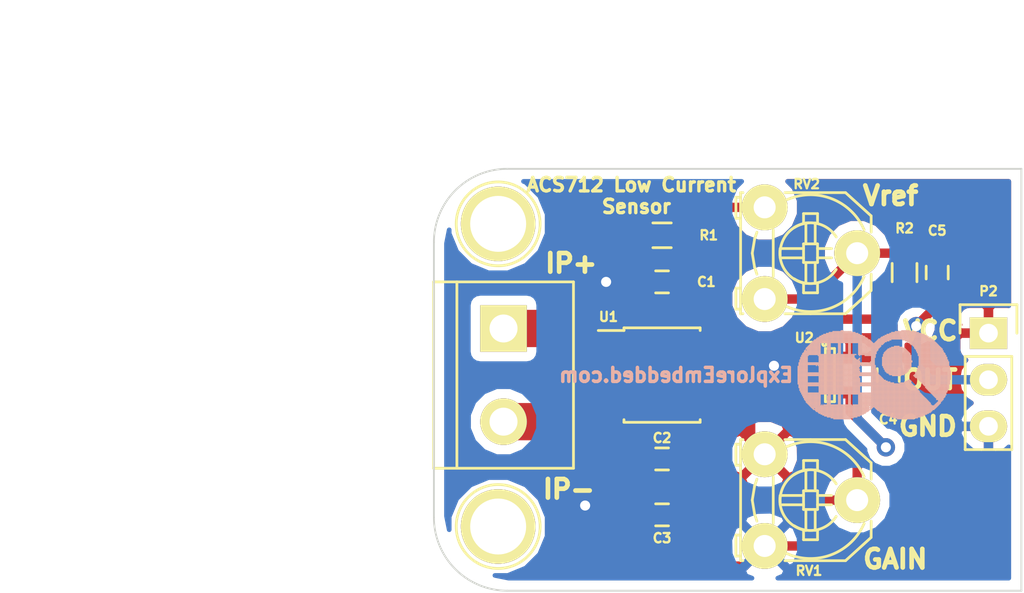
<source format=kicad_pcb>
(kicad_pcb (version 4) (host pcbnew "(2015-01-16 BZR 5376)-product")
  (layers (0 F.Cu signal) (31 B.Cu signal) (34 B.Paste user) (35 F.Paste user) (36 B.SilkS user) (37 F.SilkS user) (38 B.Mask user) (39 F.Mask user) (44 Edge.Cuts user))
  (net 0 "")
  (net 1 VCC)
  (net 2 GND)
  (net 3 "Net-(C2-Pad2)")
  (net 4 "Net-(C3-Pad2)")
  (net 5 "Net-(C5-Pad1)")
  (net 6 "Net-(C5-Pad2)")
  (net 7 "Net-(P1-Pad1)")
  (net 8 "Net-(P1-Pad2)")
  (net 9 "Net-(R1-Pad1)")
  (net 10 "Net-(R1-Pad2)")
  (net 11 "Net-(P3-Pad1)")
  (net 12 "Net-(P4-Pad1)")
  (module Capacitors_SMD:C_0603_HandSoldering (layer F.Cu) (at 122.428 42.164 180)
    (fp_text reference C1 (at -2.413 0 180) (layer F.SilkS) (effects (font (size 0.508 0.508) (thickness 0.127))))
    (fp_text value 0.1uF hide)
    (pad 1 smd rect (at -0.95 0 180) (size 1.2 0.75) (layers F.Cu F.Paste F.Mask) (net 1 VCC))
    (pad 2 smd rect (at 0.95 0 180) (size 1.2 0.75) (layers F.Cu F.Paste F.Mask) (net 2 GND))
  )
  (module Capacitors_SMD:C_0603_HandSoldering (layer F.Cu) (at 122.428 51.816)
    (fp_text reference C2 (at 0 -1.143) (layer F.SilkS) (effects (font (size 0.508 0.508) (thickness 0.127))))
    (fp_text value 1nF hide)
    (pad 1 smd rect (at -0.95 0) (size 1.2 0.75) (layers F.Cu F.Paste F.Mask) (net 2 GND))
    (pad 2 smd rect (at 0.95 0) (size 1.2 0.75) (layers F.Cu F.Paste F.Mask) (net 3 "Net-(C2-Pad2)"))
  )
  (module Capacitors_SMD:C_0603_HandSoldering (layer F.Cu) (at 122.428 54.864)
    (fp_text reference C3 (at 0 1.27) (layer F.SilkS) (effects (font (size 0.508 0.508) (thickness 0.127))))
    (fp_text value 0.1uF hide)
    (pad 1 smd rect (at -0.95 0) (size 1.2 0.75) (layers F.Cu F.Paste F.Mask) (net 2 GND))
    (pad 2 smd rect (at 0.95 0) (size 1.2 0.75) (layers F.Cu F.Paste F.Mask) (net 4 "Net-(C3-Pad2)"))
  )
  (module Capacitors_SMD:C_0603_HandSoldering (layer F.Cu) (at 134.747 47.244 90)
    (fp_text reference C4 (at -2.413 0 180) (layer F.SilkS) (effects (font (size 0.508 0.508) (thickness 0.127))))
    (fp_text value 0.1uF hide)
    (pad 1 smd rect (at -0.95 0 90) (size 1.2 0.75) (layers F.Cu F.Paste F.Mask) (net 2 GND))
    (pad 2 smd rect (at 0.95 0 90) (size 1.2 0.75) (layers F.Cu F.Paste F.Mask) (net 1 VCC))
  )
  (module Capacitors_SMD:C_0603_HandSoldering (layer F.Cu) (at 137.414 41.656 90)
    (fp_text reference C5 (at 2.286 0 180) (layer F.SilkS) (effects (font (size 0.508 0.508) (thickness 0.127))))
    (fp_text value 0.1uF hide)
    (pad 1 smd rect (at -0.95 0 90) (size 1.2 0.75) (layers F.Cu F.Paste F.Mask) (net 5 "Net-(C5-Pad1)"))
    (pad 2 smd rect (at 0.95 0 90) (size 1.2 0.75) (layers F.Cu F.Paste F.Mask) (net 6 "Net-(C5-Pad2)"))
  )
  (module Connect:bornier2 (layer F.Cu) (at 113.792 47.244 270)
    (fp_text reference P1 hide)
    (fp_text value CONN_01X02 hide)
    (pad 1 thru_hole rect (at -2.54 0 270) (size 2.54 2.54) (drill 1.524) (layers *.Cu *.Mask F.SilkS) (net 7 "Net-(P1-Pad1)"))
    (pad 2 thru_hole circle (at 2.54 0 270) (size 2.54 2.54) (drill 1.524) (layers *.Cu *.Mask F.SilkS) (net 8 "Net-(P1-Pad2)"))
  )
  (module Pin_Headers:Pin_Header_Straight_1x03 (layer F.Cu) (at 140.208 44.958)
    (fp_text reference P2 (at 0 -2.286) (layer F.SilkS) (effects (font (size 0.508 0.508) (thickness 0.127))))
    (fp_text value CONN_01X03 hide)
    (pad 1 thru_hole rect (at 0 0) (size 2.032 1.7272) (drill 1.016) (layers *.Cu *.Mask F.SilkS) (net 1 VCC))
    (pad 2 thru_hole oval (at 0 2.54) (size 2.032 1.7272) (drill 1.016) (layers *.Cu *.Mask F.SilkS) (net 5 "Net-(C5-Pad1)"))
    (pad 3 thru_hole oval (at 0 5.08) (size 2.032 1.7272) (drill 1.016) (layers *.Cu *.Mask F.SilkS) (net 2 GND))
  )
  (module Resistors_SMD:R_0603_HandSoldering (layer F.Cu) (at 122.428 39.624 180)
    (fp_text reference R1 (at -2.54 0 180) (layer F.SilkS) (effects (font (size 0.508 0.508) (thickness 0.127))))
    (fp_text value 1K hide)
    (pad 1 smd rect (at -1.1 0 180) (size 1.2 0.9) (layers F.Cu F.Paste F.Mask) (net 9 "Net-(R1-Pad1)"))
    (pad 2 smd rect (at 1.1 0 180) (size 1.2 0.9) (layers F.Cu F.Paste F.Mask) (net 10 "Net-(R1-Pad2)"))
  )
  (module Resistors_SMD:R_0603_HandSoldering (layer F.Cu) (at 135.636 41.656 90)
    (fp_text reference R2 (at 2.413 0 180) (layer F.SilkS) (effects (font (size 0.508 0.508) (thickness 0.127))))
    (fp_text value 47K hide)
    (pad 1 smd rect (at -1.1 0 90) (size 1.2 0.9) (layers F.Cu F.Paste F.Mask) (net 5 "Net-(C5-Pad1)"))
    (pad 2 smd rect (at 1.1 0 90) (size 1.2 0.9) (layers F.Cu F.Paste F.Mask) (net 6 "Net-(C5-Pad2)"))
  )
  (module Potentiometers:Potentiometer_Triwood_RM-065 (layer F.Cu) (at 128.016 51.562 270)
    (fp_text reference RV1 (at 6.35 -2.413 360) (layer F.SilkS) (effects (font (size 0.508 0.508) (thickness 0.127))))
    (fp_text value POT hide)
    (pad 2 thru_hole circle (at 2.49936 -5.03936 270) (size 2.49936 2.49936) (drill 1.19888) (layers *.Cu *.Mask F.SilkS) (net 4 "Net-(C3-Pad2)"))
    (pad 3 thru_hole circle (at 4.99872 0 270) (size 2.49936 2.49936) (drill 1.19888) (layers *.Cu *.Mask F.SilkS) (net 2 GND))
    (pad 1 thru_hole circle (at 0 0 270) (size 2.49936 2.49936) (drill 1.19888) (layers *.Cu *.Mask F.SilkS) (net 1 VCC))
  )
  (module Potentiometers:Potentiometer_Triwood_RM-065 (layer F.Cu) (at 128.016 38.1 270)
    (fp_text reference RV2 (at -1.27 -2.286 360) (layer F.SilkS) (effects (font (size 0.508 0.508) (thickness 0.127))))
    (fp_text value POT hide)
    (pad 2 thru_hole circle (at 2.49936 -5.03936 270) (size 2.49936 2.49936) (drill 1.19888) (layers *.Cu *.Mask F.SilkS) (net 6 "Net-(C5-Pad2)"))
    (pad 3 thru_hole circle (at 4.99872 0 270) (size 2.49936 2.49936) (drill 1.19888) (layers *.Cu *.Mask F.SilkS) (net 6 "Net-(C5-Pad2)"))
    (pad 1 thru_hole circle (at 0 0 270) (size 2.49936 2.49936) (drill 1.19888) (layers *.Cu *.Mask F.SilkS) (net 9 "Net-(R1-Pad1)"))
  )
  (module Housings_SOIC:SOIC-8_3.9x4.9mm_Pitch1.27mm (layer F.Cu) (at 122.428 47.244)
    (fp_text reference U1 (at -2.921 -3.175) (layer F.SilkS) (effects (font (size 0.508 0.508) (thickness 0.127))))
    (fp_text value ACS712 hide)
    (pad 1 smd rect (at -2.7 -1.905) (size 1.55 0.6) (layers F.Cu F.Paste F.Mask) (net 7 "Net-(P1-Pad1)"))
    (pad 2 smd rect (at -2.7 -0.635) (size 1.55 0.6) (layers F.Cu F.Paste F.Mask) (net 7 "Net-(P1-Pad1)"))
    (pad 3 smd rect (at -2.7 0.635) (size 1.55 0.6) (layers F.Cu F.Paste F.Mask) (net 8 "Net-(P1-Pad2)"))
    (pad 4 smd rect (at -2.7 1.905) (size 1.55 0.6) (layers F.Cu F.Paste F.Mask) (net 8 "Net-(P1-Pad2)"))
    (pad 5 smd rect (at 2.7 1.905) (size 1.55 0.6) (layers F.Cu F.Paste F.Mask) (net 2 GND))
    (pad 6 smd rect (at 2.7 0.635) (size 1.55 0.6) (layers F.Cu F.Paste F.Mask) (net 3 "Net-(C2-Pad2)"))
    (pad 7 smd rect (at 2.7 -0.635) (size 1.55 0.6) (layers F.Cu F.Paste F.Mask) (net 10 "Net-(R1-Pad2)"))
    (pad 8 smd rect (at 2.7 -1.905) (size 1.55 0.6) (layers F.Cu F.Paste F.Mask) (net 1 VCC))
  )
  (module Housings_SOT-23_SOT-143_TSOT-6:SOT-23-5 (layer F.Cu) (at 131.572 47.244)
    (fp_text reference U2 (at -1.397 -2.032) (layer F.SilkS) (effects (font (size 0.508 0.508) (thickness 0.127))))
    (fp_text value OPA344 hide)
    (pad 1 smd rect (at -1.1 -0.95) (size 1.06 0.65) (layers F.Cu F.Paste F.Mask) (net 5 "Net-(C5-Pad1)"))
    (pad 2 smd rect (at -1.1 0) (size 1.06 0.65) (layers F.Cu F.Paste F.Mask) (net 2 GND))
    (pad 3 smd rect (at -1.1 0.95) (size 1.06 0.65) (layers F.Cu F.Paste F.Mask) (net 4 "Net-(C3-Pad2)"))
    (pad 4 smd rect (at 1.1 0.95) (size 1.06 0.65) (layers F.Cu F.Paste F.Mask) (net 6 "Net-(C5-Pad2)"))
    (pad 5 smd rect (at 1.1 -0.95) (size 1.06 0.65) (layers F.Cu F.Paste F.Mask) (net 1 VCC))
  )
  (module Connect:1pin (layer F.Cu) (at 113.5 55.5)
    (fp_text reference P3 hide)
    (fp_text value CONN_01X01 hide)
    (pad 1 thru_hole circle (at 0 0) (size 4.064 4.064) (drill 3.048) (layers *.Cu *.Mask F.SilkS) (net 11 "Net-(P3-Pad1)"))
  )
  (module Connect:1pin (layer F.Cu) (at 113.5 39)
    (fp_text reference P4 hide)
    (fp_text value CONN_01X01 hide)
    (pad 1 thru_hole circle (at 0 0) (size 4.064 4.064) (drill 3.048) (layers *.Cu *.Mask F.SilkS) (net 12 "Net-(P4-Pad1)"))
  )
  (module "logo:LOGO (2)" (layer B.Cu) (at 138.811 44.45 180)
    (fp_text reference LOGO hide)
    (fp_text value "" (at 0 0 180) (layer B.SilkS) (effects (justify mirror)))
  )
  (gr_text IP- (at 117.348 53.467) (layer F.SilkS) (effects (font (size 1.016 1.016) (thickness 0.254))))
  (gr_text IP+ (at 117.475 41.148) (layer F.SilkS) (effects (font (size 1.016 1.016) (thickness 0.254))))
  (gr_text "ACS712 Low Current \nSensor" (at 121.031 37.465) (layer F.SilkS) (effects (font (size 0.7366 0.7366) (thickness 0.18415))))
  (gr_text ExploreEmbedded.com (at 123.19 47.244) (layer B.SilkS) (effects (font (size 0.762 0.762) (thickness 0.1905)) (justify mirror)))
  (gr_line (start 114 59) (end 142 59) (angle 90) (layer Edge.Cuts) (width 0.1))
  (gr_line (start 110 55) (end 110 40) (angle 90) (layer Edge.Cuts) (width 0.1))
  (gr_line (start 114 36) (end 142 36) (angle 90) (layer Edge.Cuts) (width 0.1))
  (gr_arc (start 114 55) (end 114 59) (angle 90) (layer Edge.Cuts) (width 0.1))
  (gr_arc (start 114 40) (end 110 40) (angle 90) (layer Edge.Cuts) (width 0.1))
  (gr_text GND (at 136.906 50.038) (layer F.SilkS) (effects (font (size 1.016 1.016) (thickness 0.254))))
  (gr_text OUT (at 137.033 47.498) (layer F.SilkS) (effects (font (size 1.016 1.016) (thickness 0.254))))
  (gr_text VCC (at 137.033 44.831) (layer F.SilkS) (effects (font (size 1.016 1.016) (thickness 0.254))))
  (gr_text GAIN (at 135.128 57.277) (layer F.SilkS) (effects (font (size 1.016 1.016) (thickness 0.254))))
  (gr_text Vref (at 134.874 37.465) (layer F.SilkS) (effects (font (size 1.016 1.016) (thickness 0.254))))
  (gr_line (start 142 36) (end 142 59) (angle 90) (layer Edge.Cuts) (width 0.1))
  (segment (start 125.128 45.339) (end 125.128 41.877) (width 0.508) (layer F.Cu) (net 1))
  (segment (start 125.128 41.877) (end 126.492 40.513) (width 0.508) (layer F.Cu) (net 1))
  (segment (start 126.492 40.513) (end 129.413 40.513) (width 0.508) (layer F.Cu) (net 1))
  (segment (start 129.413 40.513) (end 132.207 37.719) (width 0.508) (layer F.Cu) (net 1))
  (segment (start 132.207 37.719) (end 138.43 37.719) (width 0.508) (layer F.Cu) (net 1))
  (segment (start 138.43 37.719) (end 140.208 39.497) (width 0.508) (layer F.Cu) (net 1))
  (segment (start 140.208 39.497) (end 140.208 44.958) (width 0.508) (layer F.Cu) (net 1))
  (segment (start 125.128 45.339) (end 126.619 45.339) (width 0.508) (layer F.Cu) (net 1))
  (segment (start 126.619 45.339) (end 127.254 45.974) (width 0.508) (layer F.Cu) (net 1))
  (segment (start 127.254 45.974) (end 127.254 50.8) (width 0.508) (layer F.Cu) (net 1))
  (segment (start 127.254 50.8) (end 128.016 51.562) (width 0.508) (layer F.Cu) (net 1))
  (segment (start 125.128 45.339) (end 125.128 42.832) (width 0.508) (layer F.Cu) (net 1))
  (segment (start 124.46 42.164) (end 123.378 42.164) (width 0.508) (layer F.Cu) (net 1))
  (segment (start 125.128 42.832) (end 124.46 42.164) (width 0.508) (layer F.Cu) (net 1))
  (segment (start 134.747 46.294) (end 132.672 46.294) (width 0.508) (layer F.Cu) (net 1))
  (segment (start 137.922 44.958) (end 136.586 46.294) (width 0.508) (layer F.Cu) (net 1))
  (segment (start 136.586 46.294) (end 134.747 46.294) (width 0.508) (layer F.Cu) (net 1))
  (segment (start 140.208 44.958) (end 137.922 44.958) (width 0.508) (layer F.Cu) (net 1))
  (segment (start 130.472 47.244) (end 129.032 47.244) (width 0.508) (layer F.Cu) (net 2))
  (segment (start 123.698 46.482) (end 119.38 42.164) (width 0.508) (layer B.Cu) (net 2))
  (segment (start 128.27 46.482) (end 123.698 46.482) (width 0.508) (layer B.Cu) (net 2))
  (segment (start 128.524 46.736) (end 128.27 46.482) (width 0.508) (layer B.Cu) (net 2))
  (via (at 128.524 46.736) (size 1) (drill 0.55) (layers F.Cu B.Cu) (net 2))
  (segment (start 129.032 47.244) (end 128.524 46.736) (width 0.508) (layer F.Cu) (net 2))
  (segment (start 121.478 54.864) (end 118.745 54.864) (width 0.508) (layer F.Cu) (net 2))
  (segment (start 119.38 42.164) (end 121.478 42.164) (width 0.508) (layer F.Cu) (net 2))
  (via (at 119.38 42.164) (size 1) (drill 0.55) (layers F.Cu B.Cu) (net 2))
  (segment (start 117.602 43.942) (end 119.38 42.164) (width 0.508) (layer B.Cu) (net 2))
  (segment (start 117.602 53.721) (end 117.602 43.942) (width 0.508) (layer B.Cu) (net 2))
  (segment (start 118.237 54.356) (end 117.602 53.721) (width 0.508) (layer B.Cu) (net 2))
  (via (at 118.237 54.356) (size 1) (drill 0.55) (layers F.Cu B.Cu) (net 2))
  (segment (start 118.745 54.864) (end 118.237 54.356) (width 0.508) (layer F.Cu) (net 2))
  (segment (start 140.208 50.038) (end 140.208 52.959) (width 0.508) (layer F.Cu) (net 2))
  (segment (start 136.60628 56.56072) (end 128.016 56.56072) (width 0.508) (layer F.Cu) (net 2))
  (segment (start 140.208 52.959) (end 136.60628 56.56072) (width 0.508) (layer F.Cu) (net 2))
  (segment (start 121.478 51.816) (end 121.478 52.898) (width 0.508) (layer F.Cu) (net 2))
  (segment (start 125.476 49.497) (end 125.128 49.149) (width 0.508) (layer F.Cu) (net 2))
  (segment (start 125.476 52.324) (end 125.476 49.497) (width 0.508) (layer F.Cu) (net 2))
  (segment (start 124.46 53.34) (end 125.476 52.324) (width 0.508) (layer F.Cu) (net 2))
  (segment (start 121.92 53.34) (end 124.46 53.34) (width 0.508) (layer F.Cu) (net 2))
  (segment (start 121.478 52.898) (end 121.92 53.34) (width 0.508) (layer F.Cu) (net 2))
  (segment (start 121.478 54.864) (end 121.478 56.454) (width 0.508) (layer F.Cu) (net 2))
  (segment (start 121.478 56.454) (end 122.682 57.658) (width 0.508) (layer F.Cu) (net 2))
  (segment (start 122.682 57.658) (end 126.91872 57.658) (width 0.508) (layer F.Cu) (net 2))
  (segment (start 126.91872 57.658) (end 128.016 56.56072) (width 0.508) (layer F.Cu) (net 2))
  (segment (start 121.478 51.816) (end 121.478 54.864) (width 0.508) (layer F.Cu) (net 2))
  (segment (start 135.382 50.038) (end 134.747 49.403) (width 0.508) (layer F.Cu) (net 2))
  (segment (start 134.747 49.403) (end 134.747 48.194) (width 0.508) (layer F.Cu) (net 2))
  (segment (start 140.208 50.038) (end 135.382 50.038) (width 0.508) (layer F.Cu) (net 2))
  (segment (start 125.128 47.879) (end 123.571 47.879) (width 0.508) (layer F.Cu) (net 3))
  (segment (start 123.19 48.26) (end 123.19 51.628) (width 0.508) (layer F.Cu) (net 3))
  (segment (start 123.571 47.879) (end 123.19 48.26) (width 0.508) (layer F.Cu) (net 3))
  (segment (start 123.19 51.628) (end 123.378 51.816) (width 0.508) (layer F.Cu) (net 3))
  (segment (start 130.472 48.194) (end 130.472 49.446) (width 0.508) (layer F.Cu) (net 4))
  (segment (start 133.05536 52.02936) (end 133.05536 54.06136) (width 0.508) (layer F.Cu) (net 4))
  (segment (start 130.472 49.446) (end 133.05536 52.02936) (width 0.508) (layer F.Cu) (net 4))
  (segment (start 133.05536 54.06136) (end 125.26264 54.06136) (width 0.508) (layer F.Cu) (net 4))
  (segment (start 124.46 54.864) (end 123.378 54.864) (width 0.508) (layer F.Cu) (net 4))
  (segment (start 125.26264 54.06136) (end 124.46 54.864) (width 0.508) (layer F.Cu) (net 4))
  (segment (start 135.636 42.756) (end 137.264 42.756) (width 0.508) (layer F.Cu) (net 5))
  (segment (start 137.264 42.756) (end 137.414 42.606) (width 0.508) (layer F.Cu) (net 5))
  (segment (start 130.472 46.294) (end 130.472 45.55) (width 0.508) (layer F.Cu) (net 5))
  (segment (start 134.196 44.196) (end 135.636 42.756) (width 0.508) (layer F.Cu) (net 5))
  (segment (start 131.826 44.196) (end 134.196 44.196) (width 0.508) (layer F.Cu) (net 5))
  (segment (start 130.472 45.55) (end 131.826 44.196) (width 0.508) (layer F.Cu) (net 5))
  (segment (start 137.033 47.498) (end 136.271 46.736) (width 0.508) (layer B.Cu) (net 5))
  (segment (start 136.271 46.736) (end 136.271 44.577) (width 0.508) (layer B.Cu) (net 5))
  (via (at 136.271 44.577) (size 1) (drill 0.55) (layers F.Cu B.Cu) (net 5))
  (segment (start 136.271 44.577) (end 137.414 43.434) (width 0.508) (layer F.Cu) (net 5))
  (segment (start 137.414 43.434) (end 137.414 42.606) (width 0.508) (layer F.Cu) (net 5))
  (segment (start 140.208 47.498) (end 137.033 47.498) (width 0.508) (layer B.Cu) (net 5))
  (segment (start 132.672 48.194) (end 132.672 49.233) (width 0.508) (layer F.Cu) (net 6))
  (segment (start 133.05536 49.61636) (end 133.05536 40.59936) (width 0.508) (layer B.Cu) (net 6))
  (segment (start 134.62 51.181) (end 133.05536 49.61636) (width 0.508) (layer B.Cu) (net 6))
  (via (at 134.62 51.181) (size 1) (drill 0.55) (layers F.Cu B.Cu) (net 6))
  (segment (start 132.672 49.233) (end 134.62 51.181) (width 0.508) (layer F.Cu) (net 6))
  (segment (start 135.636 40.556) (end 137.264 40.556) (width 0.508) (layer F.Cu) (net 6))
  (segment (start 137.264 40.556) (end 137.414 40.706) (width 0.508) (layer F.Cu) (net 6))
  (segment (start 133.05536 40.59936) (end 135.59264 40.59936) (width 0.508) (layer F.Cu) (net 6))
  (segment (start 135.59264 40.59936) (end 135.636 40.556) (width 0.508) (layer F.Cu) (net 6))
  (segment (start 128.016 43.09872) (end 130.556 43.09872) (width 0.508) (layer F.Cu) (net 6))
  (segment (start 130.556 43.09872) (end 133.05536 40.59936) (width 0.508) (layer F.Cu) (net 6))
  (segment (start 116.586 44.704) (end 113.792 44.704) (width 0.508) (layer F.Cu) (net 7))
  (segment (start 119.728 45.339) (end 117.221 45.339) (width 0.508) (layer F.Cu) (net 7))
  (segment (start 117.221 45.339) (end 116.586 44.704) (width 0.508) (layer F.Cu) (net 7))
  (segment (start 119.728 46) (end 119.728 45.339) (width 0.508) (layer F.Cu) (net 7))
  (segment (start 119.728 46.609) (end 119.728 46) (width 0.508) (layer F.Cu) (net 7))
  (segment (start 117.5 46) (end 116.204 44.704) (width 2.032) (layer F.Cu) (net 7))
  (segment (start 116.204 44.704) (end 113.792 44.704) (width 2.032) (layer F.Cu) (net 7))
  (segment (start 119.728 46) (end 117.5 46) (width 2.032) (layer F.Cu) (net 7))
  (segment (start 119.728 48.5) (end 119.728 49.149) (width 0.508) (layer F.Cu) (net 8))
  (segment (start 119.728 47.879) (end 119.728 48.5) (width 0.508) (layer F.Cu) (net 8))
  (segment (start 117.5 48.5) (end 116.216 49.784) (width 2.032) (layer F.Cu) (net 8))
  (segment (start 116.216 49.784) (end 113.792 49.784) (width 2.032) (layer F.Cu) (net 8))
  (segment (start 119.728 48.5) (end 117.5 48.5) (width 2.032) (layer F.Cu) (net 8))
  (segment (start 128.016 38.1) (end 125.052 38.1) (width 0.508) (layer F.Cu) (net 9))
  (segment (start 125.052 38.1) (end 123.528 39.624) (width 0.508) (layer F.Cu) (net 9))
  (segment (start 125.128 46.609) (end 123.825 46.609) (width 0.508) (layer F.Cu) (net 10))
  (segment (start 119.634 39.624) (end 121.328 39.624) (width 0.508) (layer F.Cu) (net 10))
  (segment (start 118.11 41.148) (end 119.634 39.624) (width 0.508) (layer F.Cu) (net 10))
  (segment (start 118.11 43.053) (end 118.11 41.148) (width 0.508) (layer F.Cu) (net 10))
  (segment (start 118.999 43.942) (end 118.11 43.053) (width 0.508) (layer F.Cu) (net 10))
  (segment (start 121.158 43.942) (end 118.999 43.942) (width 0.508) (layer F.Cu) (net 10))
  (segment (start 123.825 46.609) (end 121.158 43.942) (width 0.508) (layer F.Cu) (net 10))
  (zone (net 1) (net_name VCC) (layer F.Cu) (connect_pads (clearance 0.508)) (min_thickness 0.254) (fill yes (arc_segments 16) (thermal_gap 0.508) (thermal_bridge_width 0.508))
    (polygon (pts (xy 142 59) (xy 114.25 59) (xy 113.3 58.9) (xy 112.3 58.6) (xy 111.5 58.1) (xy 110.7 57.3) (xy 110.1 55.9) (xy 110 55.3) (xy 110 40.1) (xy 110.1 39.2) (xy 110.3 38.5) (xy 110.8 37.6) (xy 111.5 36.9) (xy 112.4 36.4) (xy 113 36.1) (xy 113.8 36) (xy 142 36)))
  )
  (zone (net 2) (net_name GND) (layer B.Cu) (connect_pads (clearance 0.508)) (min_thickness 0.254) (fill yes (arc_segments 16) (thermal_gap 0.508) (thermal_bridge_width 0.508))
    (polygon (pts (xy 142 59) (xy 114.1 59) (xy 113.4 58.9) (xy 112.5 58.7) (xy 111.4 58) (xy 110.8 57.4) (xy 110.3 56.5) (xy 110 55.3) (xy 110 40) (xy 110.1 39.2) (xy 110.3 38.5) (xy 110.8 37.7) (xy 111.6 36.8) (xy 112.6 36.3) (xy 113.8 36) (xy 142 36)))
  )
)
</source>
